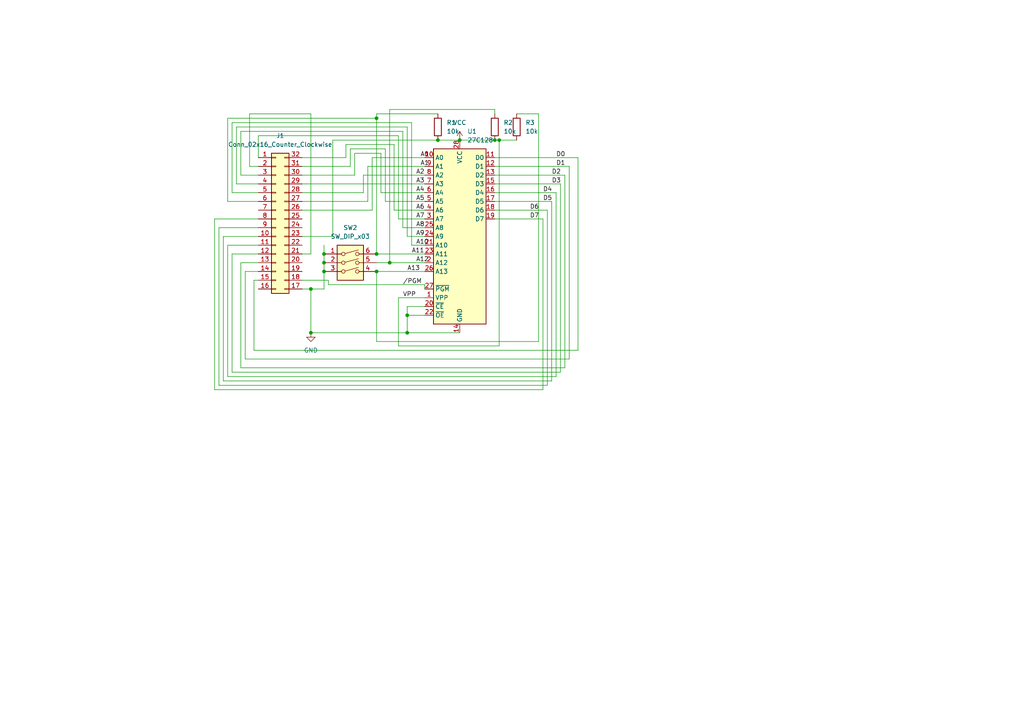
<source format=kicad_sch>
(kicad_sch (version 20230121) (generator eeschema)

  (uuid c6719ad5-a98f-4143-9740-53b9424dd904)

  (paper "A4")

  (lib_symbols
    (symbol "Connector_Generic:Conn_02x16_Counter_Clockwise" (pin_names (offset 1.016) hide) (in_bom yes) (on_board yes)
      (property "Reference" "J" (at 1.27 20.32 0)
        (effects (font (size 1.27 1.27)))
      )
      (property "Value" "Conn_02x16_Counter_Clockwise" (at 1.27 -22.86 0)
        (effects (font (size 1.27 1.27)))
      )
      (property "Footprint" "" (at 0 0 0)
        (effects (font (size 1.27 1.27)) hide)
      )
      (property "Datasheet" "~" (at 0 0 0)
        (effects (font (size 1.27 1.27)) hide)
      )
      (property "ki_keywords" "connector" (at 0 0 0)
        (effects (font (size 1.27 1.27)) hide)
      )
      (property "ki_description" "Generic connector, double row, 02x16, counter clockwise pin numbering scheme (similar to DIP package numbering), script generated (kicad-library-utils/schlib/autogen/connector/)" (at 0 0 0)
        (effects (font (size 1.27 1.27)) hide)
      )
      (property "ki_fp_filters" "Connector*:*_2x??_*" (at 0 0 0)
        (effects (font (size 1.27 1.27)) hide)
      )
      (symbol "Conn_02x16_Counter_Clockwise_1_1"
        (rectangle (start -1.27 -20.193) (end 0 -20.447)
          (stroke (width 0.1524) (type default))
          (fill (type none))
        )
        (rectangle (start -1.27 -17.653) (end 0 -17.907)
          (stroke (width 0.1524) (type default))
          (fill (type none))
        )
        (rectangle (start -1.27 -15.113) (end 0 -15.367)
          (stroke (width 0.1524) (type default))
          (fill (type none))
        )
        (rectangle (start -1.27 -12.573) (end 0 -12.827)
          (stroke (width 0.1524) (type default))
          (fill (type none))
        )
        (rectangle (start -1.27 -10.033) (end 0 -10.287)
          (stroke (width 0.1524) (type default))
          (fill (type none))
        )
        (rectangle (start -1.27 -7.493) (end 0 -7.747)
          (stroke (width 0.1524) (type default))
          (fill (type none))
        )
        (rectangle (start -1.27 -4.953) (end 0 -5.207)
          (stroke (width 0.1524) (type default))
          (fill (type none))
        )
        (rectangle (start -1.27 -2.413) (end 0 -2.667)
          (stroke (width 0.1524) (type default))
          (fill (type none))
        )
        (rectangle (start -1.27 0.127) (end 0 -0.127)
          (stroke (width 0.1524) (type default))
          (fill (type none))
        )
        (rectangle (start -1.27 2.667) (end 0 2.413)
          (stroke (width 0.1524) (type default))
          (fill (type none))
        )
        (rectangle (start -1.27 5.207) (end 0 4.953)
          (stroke (width 0.1524) (type default))
          (fill (type none))
        )
        (rectangle (start -1.27 7.747) (end 0 7.493)
          (stroke (width 0.1524) (type default))
          (fill (type none))
        )
        (rectangle (start -1.27 10.287) (end 0 10.033)
          (stroke (width 0.1524) (type default))
          (fill (type none))
        )
        (rectangle (start -1.27 12.827) (end 0 12.573)
          (stroke (width 0.1524) (type default))
          (fill (type none))
        )
        (rectangle (start -1.27 15.367) (end 0 15.113)
          (stroke (width 0.1524) (type default))
          (fill (type none))
        )
        (rectangle (start -1.27 17.907) (end 0 17.653)
          (stroke (width 0.1524) (type default))
          (fill (type none))
        )
        (rectangle (start -1.27 19.05) (end 3.81 -21.59)
          (stroke (width 0.254) (type default))
          (fill (type background))
        )
        (rectangle (start 3.81 -20.193) (end 2.54 -20.447)
          (stroke (width 0.1524) (type default))
          (fill (type none))
        )
        (rectangle (start 3.81 -17.653) (end 2.54 -17.907)
          (stroke (width 0.1524) (type default))
          (fill (type none))
        )
        (rectangle (start 3.81 -15.113) (end 2.54 -15.367)
          (stroke (width 0.1524) (type default))
          (fill (type none))
        )
        (rectangle (start 3.81 -12.573) (end 2.54 -12.827)
          (stroke (width 0.1524) (type default))
          (fill (type none))
        )
        (rectangle (start 3.81 -10.033) (end 2.54 -10.287)
          (stroke (width 0.1524) (type default))
          (fill (type none))
        )
        (rectangle (start 3.81 -7.493) (end 2.54 -7.747)
          (stroke (width 0.1524) (type default))
          (fill (type none))
        )
        (rectangle (start 3.81 -4.953) (end 2.54 -5.207)
          (stroke (width 0.1524) (type default))
          (fill (type none))
        )
        (rectangle (start 3.81 -2.413) (end 2.54 -2.667)
          (stroke (width 0.1524) (type default))
          (fill (type none))
        )
        (rectangle (start 3.81 0.127) (end 2.54 -0.127)
          (stroke (width 0.1524) (type default))
          (fill (type none))
        )
        (rectangle (start 3.81 2.667) (end 2.54 2.413)
          (stroke (width 0.1524) (type default))
          (fill (type none))
        )
        (rectangle (start 3.81 5.207) (end 2.54 4.953)
          (stroke (width 0.1524) (type default))
          (fill (type none))
        )
        (rectangle (start 3.81 7.747) (end 2.54 7.493)
          (stroke (width 0.1524) (type default))
          (fill (type none))
        )
        (rectangle (start 3.81 10.287) (end 2.54 10.033)
          (stroke (width 0.1524) (type default))
          (fill (type none))
        )
        (rectangle (start 3.81 12.827) (end 2.54 12.573)
          (stroke (width 0.1524) (type default))
          (fill (type none))
        )
        (rectangle (start 3.81 15.367) (end 2.54 15.113)
          (stroke (width 0.1524) (type default))
          (fill (type none))
        )
        (rectangle (start 3.81 17.907) (end 2.54 17.653)
          (stroke (width 0.1524) (type default))
          (fill (type none))
        )
        (pin passive line (at -5.08 17.78 0) (length 3.81)
          (name "Pin_1" (effects (font (size 1.27 1.27))))
          (number "1" (effects (font (size 1.27 1.27))))
        )
        (pin passive line (at -5.08 -5.08 0) (length 3.81)
          (name "Pin_10" (effects (font (size 1.27 1.27))))
          (number "10" (effects (font (size 1.27 1.27))))
        )
        (pin passive line (at -5.08 -7.62 0) (length 3.81)
          (name "Pin_11" (effects (font (size 1.27 1.27))))
          (number "11" (effects (font (size 1.27 1.27))))
        )
        (pin passive line (at -5.08 -10.16 0) (length 3.81)
          (name "Pin_12" (effects (font (size 1.27 1.27))))
          (number "12" (effects (font (size 1.27 1.27))))
        )
        (pin passive line (at -5.08 -12.7 0) (length 3.81)
          (name "Pin_13" (effects (font (size 1.27 1.27))))
          (number "13" (effects (font (size 1.27 1.27))))
        )
        (pin passive line (at -5.08 -15.24 0) (length 3.81)
          (name "Pin_14" (effects (font (size 1.27 1.27))))
          (number "14" (effects (font (size 1.27 1.27))))
        )
        (pin passive line (at -5.08 -17.78 0) (length 3.81)
          (name "Pin_15" (effects (font (size 1.27 1.27))))
          (number "15" (effects (font (size 1.27 1.27))))
        )
        (pin passive line (at -5.08 -20.32 0) (length 3.81)
          (name "Pin_16" (effects (font (size 1.27 1.27))))
          (number "16" (effects (font (size 1.27 1.27))))
        )
        (pin passive line (at 7.62 -20.32 180) (length 3.81)
          (name "Pin_17" (effects (font (size 1.27 1.27))))
          (number "17" (effects (font (size 1.27 1.27))))
        )
        (pin passive line (at 7.62 -17.78 180) (length 3.81)
          (name "Pin_18" (effects (font (size 1.27 1.27))))
          (number "18" (effects (font (size 1.27 1.27))))
        )
        (pin passive line (at 7.62 -15.24 180) (length 3.81)
          (name "Pin_19" (effects (font (size 1.27 1.27))))
          (number "19" (effects (font (size 1.27 1.27))))
        )
        (pin passive line (at -5.08 15.24 0) (length 3.81)
          (name "Pin_2" (effects (font (size 1.27 1.27))))
          (number "2" (effects (font (size 1.27 1.27))))
        )
        (pin passive line (at 7.62 -12.7 180) (length 3.81)
          (name "Pin_20" (effects (font (size 1.27 1.27))))
          (number "20" (effects (font (size 1.27 1.27))))
        )
        (pin passive line (at 7.62 -10.16 180) (length 3.81)
          (name "Pin_21" (effects (font (size 1.27 1.27))))
          (number "21" (effects (font (size 1.27 1.27))))
        )
        (pin passive line (at 7.62 -7.62 180) (length 3.81)
          (name "Pin_22" (effects (font (size 1.27 1.27))))
          (number "22" (effects (font (size 1.27 1.27))))
        )
        (pin passive line (at 7.62 -5.08 180) (length 3.81)
          (name "Pin_23" (effects (font (size 1.27 1.27))))
          (number "23" (effects (font (size 1.27 1.27))))
        )
        (pin passive line (at 7.62 -2.54 180) (length 3.81)
          (name "Pin_24" (effects (font (size 1.27 1.27))))
          (number "24" (effects (font (size 1.27 1.27))))
        )
        (pin passive line (at 7.62 0 180) (length 3.81)
          (name "Pin_25" (effects (font (size 1.27 1.27))))
          (number "25" (effects (font (size 1.27 1.27))))
        )
        (pin passive line (at 7.62 2.54 180) (length 3.81)
          (name "Pin_26" (effects (font (size 1.27 1.27))))
          (number "26" (effects (font (size 1.27 1.27))))
        )
        (pin passive line (at 7.62 5.08 180) (length 3.81)
          (name "Pin_27" (effects (font (size 1.27 1.27))))
          (number "27" (effects (font (size 1.27 1.27))))
        )
        (pin passive line (at 7.62 7.62 180) (length 3.81)
          (name "Pin_28" (effects (font (size 1.27 1.27))))
          (number "28" (effects (font (size 1.27 1.27))))
        )
        (pin passive line (at 7.62 10.16 180) (length 3.81)
          (name "Pin_29" (effects (font (size 1.27 1.27))))
          (number "29" (effects (font (size 1.27 1.27))))
        )
        (pin passive line (at -5.08 12.7 0) (length 3.81)
          (name "Pin_3" (effects (font (size 1.27 1.27))))
          (number "3" (effects (font (size 1.27 1.27))))
        )
        (pin passive line (at 7.62 12.7 180) (length 3.81)
          (name "Pin_30" (effects (font (size 1.27 1.27))))
          (number "30" (effects (font (size 1.27 1.27))))
        )
        (pin passive line (at 7.62 15.24 180) (length 3.81)
          (name "Pin_31" (effects (font (size 1.27 1.27))))
          (number "31" (effects (font (size 1.27 1.27))))
        )
        (pin passive line (at 7.62 17.78 180) (length 3.81)
          (name "Pin_32" (effects (font (size 1.27 1.27))))
          (number "32" (effects (font (size 1.27 1.27))))
        )
        (pin passive line (at -5.08 10.16 0) (length 3.81)
          (name "Pin_4" (effects (font (size 1.27 1.27))))
          (number "4" (effects (font (size 1.27 1.27))))
        )
        (pin passive line (at -5.08 7.62 0) (length 3.81)
          (name "Pin_5" (effects (font (size 1.27 1.27))))
          (number "5" (effects (font (size 1.27 1.27))))
        )
        (pin passive line (at -5.08 5.08 0) (length 3.81)
          (name "Pin_6" (effects (font (size 1.27 1.27))))
          (number "6" (effects (font (size 1.27 1.27))))
        )
        (pin passive line (at -5.08 2.54 0) (length 3.81)
          (name "Pin_7" (effects (font (size 1.27 1.27))))
          (number "7" (effects (font (size 1.27 1.27))))
        )
        (pin passive line (at -5.08 0 0) (length 3.81)
          (name "Pin_8" (effects (font (size 1.27 1.27))))
          (number "8" (effects (font (size 1.27 1.27))))
        )
        (pin passive line (at -5.08 -2.54 0) (length 3.81)
          (name "Pin_9" (effects (font (size 1.27 1.27))))
          (number "9" (effects (font (size 1.27 1.27))))
        )
      )
    )
    (symbol "Device:R" (pin_numbers hide) (pin_names (offset 0)) (in_bom yes) (on_board yes)
      (property "Reference" "R" (at 2.032 0 90)
        (effects (font (size 1.27 1.27)))
      )
      (property "Value" "R" (at 0 0 90)
        (effects (font (size 1.27 1.27)))
      )
      (property "Footprint" "" (at -1.778 0 90)
        (effects (font (size 1.27 1.27)) hide)
      )
      (property "Datasheet" "~" (at 0 0 0)
        (effects (font (size 1.27 1.27)) hide)
      )
      (property "ki_keywords" "R res resistor" (at 0 0 0)
        (effects (font (size 1.27 1.27)) hide)
      )
      (property "ki_description" "Resistor" (at 0 0 0)
        (effects (font (size 1.27 1.27)) hide)
      )
      (property "ki_fp_filters" "R_*" (at 0 0 0)
        (effects (font (size 1.27 1.27)) hide)
      )
      (symbol "R_0_1"
        (rectangle (start -1.016 -2.54) (end 1.016 2.54)
          (stroke (width 0.254) (type default))
          (fill (type none))
        )
      )
      (symbol "R_1_1"
        (pin passive line (at 0 3.81 270) (length 1.27)
          (name "~" (effects (font (size 1.27 1.27))))
          (number "1" (effects (font (size 1.27 1.27))))
        )
        (pin passive line (at 0 -3.81 90) (length 1.27)
          (name "~" (effects (font (size 1.27 1.27))))
          (number "2" (effects (font (size 1.27 1.27))))
        )
      )
    )
    (symbol "Memory_EPROM:27C128" (in_bom yes) (on_board yes)
      (property "Reference" "U" (at -7.62 26.67 0)
        (effects (font (size 1.27 1.27)))
      )
      (property "Value" "27C128" (at 2.54 -26.67 0)
        (effects (font (size 1.27 1.27)) (justify left))
      )
      (property "Footprint" "Package_DIP:DIP-28_W15.24mm" (at 0 0 0)
        (effects (font (size 1.27 1.27)) hide)
      )
      (property "Datasheet" "http://ww1.microchip.com/downloads/en/devicedoc/11003L.pdf" (at 0 0 0)
        (effects (font (size 1.27 1.27)) hide)
      )
      (property "ki_keywords" "OTP EPROM 128KiBit" (at 0 0 0)
        (effects (font (size 1.27 1.27)) hide)
      )
      (property "ki_description" "OTP EPROM 128 KiBit, [Obsolete 2004-01]" (at 0 0 0)
        (effects (font (size 1.27 1.27)) hide)
      )
      (property "ki_fp_filters" "DIP*W15.24mm*" (at 0 0 0)
        (effects (font (size 1.27 1.27)) hide)
      )
      (symbol "27C128_1_1"
        (rectangle (start -7.62 25.4) (end 7.62 -25.4)
          (stroke (width 0.254) (type default))
          (fill (type background))
        )
        (pin input line (at -10.16 -17.78 0) (length 2.54)
          (name "VPP" (effects (font (size 1.27 1.27))))
          (number "1" (effects (font (size 1.27 1.27))))
        )
        (pin input line (at -10.16 22.86 0) (length 2.54)
          (name "A0" (effects (font (size 1.27 1.27))))
          (number "10" (effects (font (size 1.27 1.27))))
        )
        (pin tri_state line (at 10.16 22.86 180) (length 2.54)
          (name "D0" (effects (font (size 1.27 1.27))))
          (number "11" (effects (font (size 1.27 1.27))))
        )
        (pin tri_state line (at 10.16 20.32 180) (length 2.54)
          (name "D1" (effects (font (size 1.27 1.27))))
          (number "12" (effects (font (size 1.27 1.27))))
        )
        (pin tri_state line (at 10.16 17.78 180) (length 2.54)
          (name "D2" (effects (font (size 1.27 1.27))))
          (number "13" (effects (font (size 1.27 1.27))))
        )
        (pin power_in line (at 0 -27.94 90) (length 2.54)
          (name "GND" (effects (font (size 1.27 1.27))))
          (number "14" (effects (font (size 1.27 1.27))))
        )
        (pin tri_state line (at 10.16 15.24 180) (length 2.54)
          (name "D3" (effects (font (size 1.27 1.27))))
          (number "15" (effects (font (size 1.27 1.27))))
        )
        (pin tri_state line (at 10.16 12.7 180) (length 2.54)
          (name "D4" (effects (font (size 1.27 1.27))))
          (number "16" (effects (font (size 1.27 1.27))))
        )
        (pin tri_state line (at 10.16 10.16 180) (length 2.54)
          (name "D5" (effects (font (size 1.27 1.27))))
          (number "17" (effects (font (size 1.27 1.27))))
        )
        (pin tri_state line (at 10.16 7.62 180) (length 2.54)
          (name "D6" (effects (font (size 1.27 1.27))))
          (number "18" (effects (font (size 1.27 1.27))))
        )
        (pin tri_state line (at 10.16 5.08 180) (length 2.54)
          (name "D7" (effects (font (size 1.27 1.27))))
          (number "19" (effects (font (size 1.27 1.27))))
        )
        (pin input line (at -10.16 -7.62 0) (length 2.54)
          (name "A12" (effects (font (size 1.27 1.27))))
          (number "2" (effects (font (size 1.27 1.27))))
        )
        (pin input line (at -10.16 -20.32 0) (length 2.54)
          (name "~{CE}" (effects (font (size 1.27 1.27))))
          (number "20" (effects (font (size 1.27 1.27))))
        )
        (pin input line (at -10.16 -2.54 0) (length 2.54)
          (name "A10" (effects (font (size 1.27 1.27))))
          (number "21" (effects (font (size 1.27 1.27))))
        )
        (pin input line (at -10.16 -22.86 0) (length 2.54)
          (name "~{OE}" (effects (font (size 1.27 1.27))))
          (number "22" (effects (font (size 1.27 1.27))))
        )
        (pin input line (at -10.16 -5.08 0) (length 2.54)
          (name "A11" (effects (font (size 1.27 1.27))))
          (number "23" (effects (font (size 1.27 1.27))))
        )
        (pin input line (at -10.16 0 0) (length 2.54)
          (name "A9" (effects (font (size 1.27 1.27))))
          (number "24" (effects (font (size 1.27 1.27))))
        )
        (pin input line (at -10.16 2.54 0) (length 2.54)
          (name "A8" (effects (font (size 1.27 1.27))))
          (number "25" (effects (font (size 1.27 1.27))))
        )
        (pin input line (at -10.16 -10.16 0) (length 2.54)
          (name "A13" (effects (font (size 1.27 1.27))))
          (number "26" (effects (font (size 1.27 1.27))))
        )
        (pin input line (at -10.16 -15.24 0) (length 2.54)
          (name "~{PGM}" (effects (font (size 1.27 1.27))))
          (number "27" (effects (font (size 1.27 1.27))))
        )
        (pin power_in line (at 0 27.94 270) (length 2.54)
          (name "VCC" (effects (font (size 1.27 1.27))))
          (number "28" (effects (font (size 1.27 1.27))))
        )
        (pin input line (at -10.16 5.08 0) (length 2.54)
          (name "A7" (effects (font (size 1.27 1.27))))
          (number "3" (effects (font (size 1.27 1.27))))
        )
        (pin input line (at -10.16 7.62 0) (length 2.54)
          (name "A6" (effects (font (size 1.27 1.27))))
          (number "4" (effects (font (size 1.27 1.27))))
        )
        (pin input line (at -10.16 10.16 0) (length 2.54)
          (name "A5" (effects (font (size 1.27 1.27))))
          (number "5" (effects (font (size 1.27 1.27))))
        )
        (pin input line (at -10.16 12.7 0) (length 2.54)
          (name "A4" (effects (font (size 1.27 1.27))))
          (number "6" (effects (font (size 1.27 1.27))))
        )
        (pin input line (at -10.16 15.24 0) (length 2.54)
          (name "A3" (effects (font (size 1.27 1.27))))
          (number "7" (effects (font (size 1.27 1.27))))
        )
        (pin input line (at -10.16 17.78 0) (length 2.54)
          (name "A2" (effects (font (size 1.27 1.27))))
          (number "8" (effects (font (size 1.27 1.27))))
        )
        (pin input line (at -10.16 20.32 0) (length 2.54)
          (name "A1" (effects (font (size 1.27 1.27))))
          (number "9" (effects (font (size 1.27 1.27))))
        )
      )
    )
    (symbol "Switch:SW_DIP_x03" (pin_names (offset 0) hide) (in_bom yes) (on_board yes)
      (property "Reference" "SW" (at 0 8.89 0)
        (effects (font (size 1.27 1.27)))
      )
      (property "Value" "SW_DIP_x03" (at 0 -3.81 0)
        (effects (font (size 1.27 1.27)))
      )
      (property "Footprint" "" (at 0 0 0)
        (effects (font (size 1.27 1.27)) hide)
      )
      (property "Datasheet" "~" (at 0 0 0)
        (effects (font (size 1.27 1.27)) hide)
      )
      (property "ki_keywords" "dip switch" (at 0 0 0)
        (effects (font (size 1.27 1.27)) hide)
      )
      (property "ki_description" "3x DIP Switch, Single Pole Single Throw (SPST) switch, small symbol" (at 0 0 0)
        (effects (font (size 1.27 1.27)) hide)
      )
      (property "ki_fp_filters" "SW?DIP?x3*" (at 0 0 0)
        (effects (font (size 1.27 1.27)) hide)
      )
      (symbol "SW_DIP_x03_0_0"
        (circle (center -2.032 0) (radius 0.508)
          (stroke (width 0) (type default))
          (fill (type none))
        )
        (circle (center -2.032 2.54) (radius 0.508)
          (stroke (width 0) (type default))
          (fill (type none))
        )
        (circle (center -2.032 5.08) (radius 0.508)
          (stroke (width 0) (type default))
          (fill (type none))
        )
        (polyline
          (pts
            (xy -1.524 0.127)
            (xy 2.3622 1.1684)
          )
          (stroke (width 0) (type default))
          (fill (type none))
        )
        (polyline
          (pts
            (xy -1.524 2.667)
            (xy 2.3622 3.7084)
          )
          (stroke (width 0) (type default))
          (fill (type none))
        )
        (polyline
          (pts
            (xy -1.524 5.207)
            (xy 2.3622 6.2484)
          )
          (stroke (width 0) (type default))
          (fill (type none))
        )
        (circle (center 2.032 0) (radius 0.508)
          (stroke (width 0) (type default))
          (fill (type none))
        )
        (circle (center 2.032 2.54) (radius 0.508)
          (stroke (width 0) (type default))
          (fill (type none))
        )
        (circle (center 2.032 5.08) (radius 0.508)
          (stroke (width 0) (type default))
          (fill (type none))
        )
      )
      (symbol "SW_DIP_x03_0_1"
        (rectangle (start -3.81 7.62) (end 3.81 -2.54)
          (stroke (width 0.254) (type default))
          (fill (type background))
        )
      )
      (symbol "SW_DIP_x03_1_1"
        (pin passive line (at -7.62 5.08 0) (length 5.08)
          (name "~" (effects (font (size 1.27 1.27))))
          (number "1" (effects (font (size 1.27 1.27))))
        )
        (pin passive line (at -7.62 2.54 0) (length 5.08)
          (name "~" (effects (font (size 1.27 1.27))))
          (number "2" (effects (font (size 1.27 1.27))))
        )
        (pin passive line (at -7.62 0 0) (length 5.08)
          (name "~" (effects (font (size 1.27 1.27))))
          (number "3" (effects (font (size 1.27 1.27))))
        )
        (pin passive line (at 7.62 0 180) (length 5.08)
          (name "~" (effects (font (size 1.27 1.27))))
          (number "4" (effects (font (size 1.27 1.27))))
        )
        (pin passive line (at 7.62 2.54 180) (length 5.08)
          (name "~" (effects (font (size 1.27 1.27))))
          (number "5" (effects (font (size 1.27 1.27))))
        )
        (pin passive line (at 7.62 5.08 180) (length 5.08)
          (name "~" (effects (font (size 1.27 1.27))))
          (number "6" (effects (font (size 1.27 1.27))))
        )
      )
    )
    (symbol "power:GND" (power) (pin_names (offset 0)) (in_bom yes) (on_board yes)
      (property "Reference" "#PWR" (at 0 -6.35 0)
        (effects (font (size 1.27 1.27)) hide)
      )
      (property "Value" "GND" (at 0 -3.81 0)
        (effects (font (size 1.27 1.27)))
      )
      (property "Footprint" "" (at 0 0 0)
        (effects (font (size 1.27 1.27)) hide)
      )
      (property "Datasheet" "" (at 0 0 0)
        (effects (font (size 1.27 1.27)) hide)
      )
      (property "ki_keywords" "global power" (at 0 0 0)
        (effects (font (size 1.27 1.27)) hide)
      )
      (property "ki_description" "Power symbol creates a global label with name \"GND\" , ground" (at 0 0 0)
        (effects (font (size 1.27 1.27)) hide)
      )
      (symbol "GND_0_1"
        (polyline
          (pts
            (xy 0 0)
            (xy 0 -1.27)
            (xy 1.27 -1.27)
            (xy 0 -2.54)
            (xy -1.27 -1.27)
            (xy 0 -1.27)
          )
          (stroke (width 0) (type default))
          (fill (type none))
        )
      )
      (symbol "GND_1_1"
        (pin power_in line (at 0 0 270) (length 0) hide
          (name "GND" (effects (font (size 1.27 1.27))))
          (number "1" (effects (font (size 1.27 1.27))))
        )
      )
    )
    (symbol "power:VCC" (power) (pin_names (offset 0)) (in_bom yes) (on_board yes)
      (property "Reference" "#PWR" (at 0 -3.81 0)
        (effects (font (size 1.27 1.27)) hide)
      )
      (property "Value" "VCC" (at 0 3.81 0)
        (effects (font (size 1.27 1.27)))
      )
      (property "Footprint" "" (at 0 0 0)
        (effects (font (size 1.27 1.27)) hide)
      )
      (property "Datasheet" "" (at 0 0 0)
        (effects (font (size 1.27 1.27)) hide)
      )
      (property "ki_keywords" "global power" (at 0 0 0)
        (effects (font (size 1.27 1.27)) hide)
      )
      (property "ki_description" "Power symbol creates a global label with name \"VCC\"" (at 0 0 0)
        (effects (font (size 1.27 1.27)) hide)
      )
      (symbol "VCC_0_1"
        (polyline
          (pts
            (xy -0.762 1.27)
            (xy 0 2.54)
          )
          (stroke (width 0) (type default))
          (fill (type none))
        )
        (polyline
          (pts
            (xy 0 0)
            (xy 0 2.54)
          )
          (stroke (width 0) (type default))
          (fill (type none))
        )
        (polyline
          (pts
            (xy 0 2.54)
            (xy 0.762 1.27)
          )
          (stroke (width 0) (type default))
          (fill (type none))
        )
      )
      (symbol "VCC_1_1"
        (pin power_in line (at 0 0 90) (length 0) hide
          (name "VCC" (effects (font (size 1.27 1.27))))
          (number "1" (effects (font (size 1.27 1.27))))
        )
      )
    )
  )

  (junction (at 109.22 78.74) (diameter 0) (color 0 0 0 0)
    (uuid 1d46adf9-5593-40e0-9668-94c5050505c0)
  )
  (junction (at 93.98 73.66) (diameter 0) (color 0 0 0 0)
    (uuid 34ce85ae-c0af-488b-a3f3-f7aff5901072)
  )
  (junction (at 118.11 91.44) (diameter 0) (color 0 0 0 0)
    (uuid 50e05504-6cf9-4f12-9607-ab3a65fa6b04)
  )
  (junction (at 109.22 34.29) (diameter 0) (color 0 0 0 0)
    (uuid 5789d8cb-76d1-4e61-8c40-164d38017950)
  )
  (junction (at 90.17 96.52) (diameter 0) (color 0 0 0 0)
    (uuid 5c5f860c-3bf7-4728-afaa-254ef4ae821b)
  )
  (junction (at 90.17 83.82) (diameter 0) (color 0 0 0 0)
    (uuid 67a36200-3d36-4c86-97b7-4ca3395a3da6)
  )
  (junction (at 113.03 76.2) (diameter 0) (color 0 0 0 0)
    (uuid 6a46efa0-ab32-4eb1-b662-cf44d7b3528c)
  )
  (junction (at 93.98 76.2) (diameter 0) (color 0 0 0 0)
    (uuid 740a64f8-ae95-40ed-947a-2ec124d196a8)
  )
  (junction (at 133.35 40.64) (diameter 0) (color 0 0 0 0)
    (uuid 8033304e-894b-4eeb-b2e2-3f8375bd827b)
  )
  (junction (at 127 40.64) (diameter 0) (color 0 0 0 0)
    (uuid 9a8b35dd-ed4f-40a4-a7ee-2401b0492f75)
  )
  (junction (at 109.22 73.66) (diameter 0) (color 0 0 0 0)
    (uuid a307e1a1-65f7-4e9e-945c-d305f3d00d65)
  )
  (junction (at 93.98 78.74) (diameter 0) (color 0 0 0 0)
    (uuid f007613a-e684-4c52-b872-7247ac212352)
  )
  (junction (at 144.78 40.64) (diameter 0) (color 0 0 0 0)
    (uuid f4a90fe3-d674-481b-a691-8e39ad7d8e9a)
  )
  (junction (at 143.51 40.64) (diameter 0) (color 0 0 0 0)
    (uuid f5865039-2205-4ce5-99f1-6f786d707712)
  )
  (junction (at 118.11 96.52) (diameter 0) (color 0 0 0 0)
    (uuid fda82cb4-b8d2-49a8-96d3-8561de27163f)
  )

  (wire (pts (xy 90.17 73.66) (xy 87.63 73.66))
    (stroke (width 0) (type default))
    (uuid 009cc7e8-d744-4c1f-9b4b-1d1b1937618d)
  )
  (wire (pts (xy 74.93 58.42) (xy 66.04 58.42))
    (stroke (width 0) (type default))
    (uuid 03104b1f-5ee4-42b2-89c0-acf40fc1a75d)
  )
  (wire (pts (xy 87.63 55.88) (xy 105.41 55.88))
    (stroke (width 0) (type default))
    (uuid 0648c93a-941c-493c-9dd2-3410c7faa6ad)
  )
  (wire (pts (xy 149.86 33.02) (xy 156.21 33.02))
    (stroke (width 0) (type default))
    (uuid 0bd1cdae-0712-419b-948a-888ef0e2545e)
  )
  (wire (pts (xy 118.11 91.44) (xy 118.11 96.52))
    (stroke (width 0) (type default))
    (uuid 0bf293d0-511d-4dba-b2c1-8daaa32dbd7f)
  )
  (wire (pts (xy 123.19 82.55) (xy 123.19 83.82))
    (stroke (width 0) (type default))
    (uuid 0c482b69-4df0-4e9d-958d-87c8d2ba8b5e)
  )
  (wire (pts (xy 158.75 111.76) (xy 63.5 111.76))
    (stroke (width 0) (type default))
    (uuid 14db07e6-82db-411f-b4d8-85491ecba422)
  )
  (wire (pts (xy 115.57 63.5) (xy 115.57 39.37))
    (stroke (width 0) (type default))
    (uuid 15600091-4cc5-4009-9fbb-8fb9a48eb201)
  )
  (wire (pts (xy 118.11 96.52) (xy 90.17 96.52))
    (stroke (width 0) (type default))
    (uuid 178e2fde-7ef3-4499-ae48-52ab259c0c0f)
  )
  (wire (pts (xy 93.98 73.66) (xy 93.98 76.2))
    (stroke (width 0) (type default))
    (uuid 17f48bc5-4b07-4106-8644-4a91dfde164b)
  )
  (wire (pts (xy 143.51 60.96) (xy 158.75 60.96))
    (stroke (width 0) (type default))
    (uuid 184fca7c-146b-404c-88c4-e9eb27eb692b)
  )
  (wire (pts (xy 162.56 53.34) (xy 162.56 107.95))
    (stroke (width 0) (type default))
    (uuid 1f4735e9-e094-44ea-a30a-a56b44f61714)
  )
  (wire (pts (xy 101.6 43.18) (xy 101.6 48.26))
    (stroke (width 0) (type default))
    (uuid 209d4002-7cf0-4274-a3c4-537a2954571b)
  )
  (wire (pts (xy 162.56 107.95) (xy 67.31 107.95))
    (stroke (width 0) (type default))
    (uuid 223aa8e2-4863-42a1-94cb-94961d54a885)
  )
  (wire (pts (xy 161.29 109.22) (xy 161.29 55.88))
    (stroke (width 0) (type default))
    (uuid 23353d1b-dbfe-4257-897f-5095a548412b)
  )
  (wire (pts (xy 143.51 48.26) (xy 165.1 48.26))
    (stroke (width 0) (type default))
    (uuid 2562b696-084e-4ba7-9c68-2079056ef51a)
  )
  (wire (pts (xy 158.75 60.96) (xy 158.75 111.76))
    (stroke (width 0) (type default))
    (uuid 27699d6b-4597-478e-b5a2-e79a3265b813)
  )
  (wire (pts (xy 127 40.64) (xy 133.35 40.64))
    (stroke (width 0) (type default))
    (uuid 28c51618-35b8-4f29-a03b-55360c7558ca)
  )
  (wire (pts (xy 113.03 76.2) (xy 123.19 76.2))
    (stroke (width 0) (type default))
    (uuid 2c281a89-ae01-42ba-b8c1-dcb9d01bfb28)
  )
  (wire (pts (xy 163.83 50.8) (xy 143.51 50.8))
    (stroke (width 0) (type default))
    (uuid 2f28933c-0839-4fc0-b118-283200721179)
  )
  (wire (pts (xy 118.11 88.9) (xy 118.11 91.44))
    (stroke (width 0) (type default))
    (uuid 30a536c9-59a8-4787-8dae-dcb6a624c007)
  )
  (wire (pts (xy 116.84 66.04) (xy 116.84 38.1))
    (stroke (width 0) (type default))
    (uuid 339547e7-3b87-4fb6-8e9c-06bbcdb82b28)
  )
  (wire (pts (xy 106.68 58.42) (xy 106.68 48.26))
    (stroke (width 0) (type default))
    (uuid 34d8daf7-5b9a-4a0f-87fa-bf819e7dcfbc)
  )
  (wire (pts (xy 167.64 45.72) (xy 143.51 45.72))
    (stroke (width 0) (type default))
    (uuid 34ffc34f-534d-416d-9bb5-6d569c4e67d9)
  )
  (wire (pts (xy 64.77 68.58) (xy 64.77 110.49))
    (stroke (width 0) (type default))
    (uuid 381c0b07-0402-40ad-949d-3bee984e445f)
  )
  (wire (pts (xy 67.31 35.56) (xy 119.38 35.56))
    (stroke (width 0) (type default))
    (uuid 398ace99-e45f-46b2-911b-eb7e363f599f)
  )
  (wire (pts (xy 66.04 71.12) (xy 66.04 109.22))
    (stroke (width 0) (type default))
    (uuid 3c37e631-768f-4c31-a631-b701e89e6e5b)
  )
  (wire (pts (xy 100.33 45.72) (xy 100.33 41.91))
    (stroke (width 0) (type default))
    (uuid 3e2278ac-a5c3-4ea6-b7c6-04bb261c3ecb)
  )
  (wire (pts (xy 118.11 68.58) (xy 118.11 36.83))
    (stroke (width 0) (type default))
    (uuid 3f0f6d09-2dac-438d-bbb3-e7ab2cb13184)
  )
  (wire (pts (xy 66.04 58.42) (xy 66.04 34.29))
    (stroke (width 0) (type default))
    (uuid 3f38f837-4bed-49d5-8c39-9b2ad1ba5f33)
  )
  (wire (pts (xy 71.12 78.74) (xy 74.93 78.74))
    (stroke (width 0) (type default))
    (uuid 4232116c-d935-4aa4-9889-31f663261817)
  )
  (wire (pts (xy 68.58 36.83) (xy 68.58 53.34))
    (stroke (width 0) (type default))
    (uuid 4291df9a-d173-4be3-8f14-4daea716a25d)
  )
  (wire (pts (xy 62.23 113.03) (xy 62.23 63.5))
    (stroke (width 0) (type default))
    (uuid 47bcc212-e4dd-46f7-a8c2-ed999347cc92)
  )
  (wire (pts (xy 114.3 60.96) (xy 123.19 60.96))
    (stroke (width 0) (type default))
    (uuid 4bd79868-ce71-426a-a86b-2fb5598bf009)
  )
  (wire (pts (xy 72.39 33.02) (xy 90.17 33.02))
    (stroke (width 0) (type default))
    (uuid 4c2ee262-dd2c-4167-a3c0-742f2eb9a961)
  )
  (wire (pts (xy 111.76 58.42) (xy 111.76 43.18))
    (stroke (width 0) (type default))
    (uuid 4fac05ee-1c11-4c10-8e13-6745405f11aa)
  )
  (wire (pts (xy 113.03 31.75) (xy 113.03 76.2))
    (stroke (width 0) (type default))
    (uuid 51477ab7-76cc-44a7-926f-efa64c695cde)
  )
  (wire (pts (xy 109.22 76.2) (xy 113.03 76.2))
    (stroke (width 0) (type default))
    (uuid 51980c09-2de2-403d-b695-46e3164166bb)
  )
  (wire (pts (xy 87.63 58.42) (xy 106.68 58.42))
    (stroke (width 0) (type default))
    (uuid 52f25467-8936-4b88-bfc8-3b1b412905db)
  )
  (wire (pts (xy 74.93 71.12) (xy 66.04 71.12))
    (stroke (width 0) (type default))
    (uuid 53eabcc6-18f9-4ea2-b9d0-0546deade402)
  )
  (wire (pts (xy 123.19 86.36) (xy 115.57 86.36))
    (stroke (width 0) (type default))
    (uuid 54bb9d10-99e5-4d98-a76f-8076bd6934b6)
  )
  (wire (pts (xy 123.19 71.12) (xy 119.38 71.12))
    (stroke (width 0) (type default))
    (uuid 57949120-ea2d-4628-92d0-258a15df945e)
  )
  (wire (pts (xy 90.17 83.82) (xy 93.98 83.82))
    (stroke (width 0) (type default))
    (uuid 58877597-0c6c-49e5-a11e-5cc4f2c4c609)
  )
  (wire (pts (xy 157.48 63.5) (xy 157.48 113.03))
    (stroke (width 0) (type default))
    (uuid 5ac51a26-589f-416d-ba51-5f16fc7753a4)
  )
  (wire (pts (xy 74.93 39.37) (xy 74.93 45.72))
    (stroke (width 0) (type default))
    (uuid 5c7a12f9-eec7-4dac-a291-9c0d80cffaaf)
  )
  (wire (pts (xy 143.51 40.64) (xy 144.78 40.64))
    (stroke (width 0) (type default))
    (uuid 5d6c9e92-8270-4e81-920f-0d3358007eac)
  )
  (wire (pts (xy 87.63 50.8) (xy 102.87 50.8))
    (stroke (width 0) (type default))
    (uuid 5d707b99-ca31-47b8-be29-2e4538a85a78)
  )
  (wire (pts (xy 156.21 99.06) (xy 156.21 33.02))
    (stroke (width 0) (type default))
    (uuid 5da52203-70e4-475c-892a-585aaf65272d)
  )
  (wire (pts (xy 73.66 101.6) (xy 167.64 101.6))
    (stroke (width 0) (type default))
    (uuid 60ec96b2-fd88-4efc-bf0e-e919f4e21bfc)
  )
  (wire (pts (xy 110.49 44.45) (xy 110.49 55.88))
    (stroke (width 0) (type default))
    (uuid 62e6107d-c0db-40e5-a0a0-62b6fba04e33)
  )
  (wire (pts (xy 90.17 33.02) (xy 90.17 73.66))
    (stroke (width 0) (type default))
    (uuid 67b2ee5d-0cce-4d08-b415-4eb04016450b)
  )
  (wire (pts (xy 143.51 53.34) (xy 162.56 53.34))
    (stroke (width 0) (type default))
    (uuid 67cfbd21-2bfa-42f1-b542-8eb4ce186ec4)
  )
  (wire (pts (xy 160.02 110.49) (xy 160.02 58.42))
    (stroke (width 0) (type default))
    (uuid 688a80ca-71a8-42d7-977a-c8d7d331d062)
  )
  (wire (pts (xy 93.98 76.2) (xy 93.98 78.74))
    (stroke (width 0) (type default))
    (uuid 6963e6ef-05e6-4d8b-b95f-d2055dad8b1e)
  )
  (wire (pts (xy 87.63 60.96) (xy 107.95 60.96))
    (stroke (width 0) (type default))
    (uuid 6d190aaf-ae89-4669-a79b-3064f6fac583)
  )
  (wire (pts (xy 118.11 91.44) (xy 123.19 91.44))
    (stroke (width 0) (type default))
    (uuid 6e13d950-1558-453e-9e7e-2c11e6f39000)
  )
  (wire (pts (xy 90.17 83.82) (xy 87.63 83.82))
    (stroke (width 0) (type default))
    (uuid 6e8892be-6e2d-4787-a577-9b7905d4bdb9)
  )
  (wire (pts (xy 133.35 96.52) (xy 118.11 96.52))
    (stroke (width 0) (type default))
    (uuid 6eb5cd06-60d5-4e6b-8608-afa47e41ce1e)
  )
  (wire (pts (xy 93.98 78.74) (xy 93.98 83.82))
    (stroke (width 0) (type default))
    (uuid 6ec40d87-5d3c-42a5-97d4-a55b9afce385)
  )
  (wire (pts (xy 67.31 55.88) (xy 74.93 55.88))
    (stroke (width 0) (type default))
    (uuid 6fa8b726-6a61-4837-b0ac-f1fdd7a7e9b9)
  )
  (wire (pts (xy 109.22 99.06) (xy 156.21 99.06))
    (stroke (width 0) (type default))
    (uuid 6fcb6f18-81f2-4291-88e4-a31eba92daff)
  )
  (wire (pts (xy 67.31 73.66) (xy 74.93 73.66))
    (stroke (width 0) (type default))
    (uuid 70abe103-998e-4eca-aeb7-cab4548683d7)
  )
  (wire (pts (xy 87.63 68.58) (xy 96.52 68.58))
    (stroke (width 0) (type default))
    (uuid 7387c897-2517-4246-ae3d-19c8fbc38307)
  )
  (wire (pts (xy 64.77 110.49) (xy 160.02 110.49))
    (stroke (width 0) (type default))
    (uuid 75e5de20-ff8b-4938-a06e-a4e29128bbf7)
  )
  (wire (pts (xy 115.57 86.36) (xy 115.57 100.33))
    (stroke (width 0) (type default))
    (uuid 7640834c-eac0-41f7-b9e6-b1a3d3af178c)
  )
  (wire (pts (xy 109.22 73.66) (xy 123.19 73.66))
    (stroke (width 0) (type default))
    (uuid 76cd8a3c-432f-4678-a410-25d76e97f501)
  )
  (wire (pts (xy 87.63 53.34) (xy 123.19 53.34))
    (stroke (width 0) (type default))
    (uuid 7a3acc62-d4c2-40c8-812f-1932f7d67357)
  )
  (wire (pts (xy 73.66 81.28) (xy 73.66 101.6))
    (stroke (width 0) (type default))
    (uuid 7cb5dceb-02ef-4f8c-b123-a44ae97be0d1)
  )
  (wire (pts (xy 123.19 88.9) (xy 118.11 88.9))
    (stroke (width 0) (type default))
    (uuid 7d102aa4-a498-4c05-9f1f-f1ba22a317fc)
  )
  (wire (pts (xy 160.02 58.42) (xy 143.51 58.42))
    (stroke (width 0) (type default))
    (uuid 7ed48552-ca70-4f9d-935e-b3de42152e6b)
  )
  (wire (pts (xy 69.85 50.8) (xy 74.93 50.8))
    (stroke (width 0) (type default))
    (uuid 810c9824-66a8-4d8c-8f88-79aa19b5935c)
  )
  (wire (pts (xy 96.52 40.64) (xy 127 40.64))
    (stroke (width 0) (type default))
    (uuid 8296b940-3283-4ab4-8f8d-762db642a8f8)
  )
  (wire (pts (xy 133.35 40.64) (xy 143.51 40.64))
    (stroke (width 0) (type default))
    (uuid 82b6021e-9542-4184-906b-a948953d571e)
  )
  (wire (pts (xy 109.22 99.06) (xy 109.22 78.74))
    (stroke (width 0) (type default))
    (uuid 876c6767-4285-4971-aec2-f2183677b80e)
  )
  (wire (pts (xy 143.51 31.75) (xy 143.51 33.02))
    (stroke (width 0) (type default))
    (uuid 89be4e00-f055-4627-aaa3-d66a28848bdf)
  )
  (wire (pts (xy 90.17 96.52) (xy 90.17 83.82))
    (stroke (width 0) (type default))
    (uuid 8b828492-92e8-47e2-b5e4-beaf9d2704af)
  )
  (wire (pts (xy 69.85 106.68) (xy 163.83 106.68))
    (stroke (width 0) (type default))
    (uuid 8e2de095-3f67-4f08-aa6f-5103472c4a6b)
  )
  (wire (pts (xy 66.04 109.22) (xy 161.29 109.22))
    (stroke (width 0) (type default))
    (uuid 8e754e6d-b041-4f39-97ad-c20c5b168486)
  )
  (wire (pts (xy 161.29 55.88) (xy 143.51 55.88))
    (stroke (width 0) (type default))
    (uuid 8ec2540a-1cc1-4a59-9a6c-01455dfbdf85)
  )
  (wire (pts (xy 102.87 44.45) (xy 110.49 44.45))
    (stroke (width 0) (type default))
    (uuid 8f94981a-00fe-4a63-bd70-50a71d01a066)
  )
  (wire (pts (xy 87.63 81.28) (xy 95.25 81.28))
    (stroke (width 0) (type default))
    (uuid 913448b2-7a05-4aa8-af0d-db15eab04f74)
  )
  (wire (pts (xy 100.33 41.91) (xy 114.3 41.91))
    (stroke (width 0) (type default))
    (uuid 91cd8b94-7c20-49ed-ba59-cd1d147c171a)
  )
  (wire (pts (xy 107.95 60.96) (xy 107.95 45.72))
    (stroke (width 0) (type default))
    (uuid 92c54ae8-f7ed-44f4-9abb-08ead1c14bfc)
  )
  (wire (pts (xy 71.12 104.14) (xy 71.12 78.74))
    (stroke (width 0) (type default))
    (uuid 9488ea79-c9f8-4df6-aa69-9c43d378dd3f)
  )
  (wire (pts (xy 109.22 33.02) (xy 109.22 34.29))
    (stroke (width 0) (type default))
    (uuid 9609e209-2544-442b-922e-36b305f298a1)
  )
  (wire (pts (xy 116.84 38.1) (xy 69.85 38.1))
    (stroke (width 0) (type default))
    (uuid 993d0853-068b-4082-bf65-689c95293cc5)
  )
  (wire (pts (xy 163.83 106.68) (xy 163.83 50.8))
    (stroke (width 0) (type default))
    (uuid 99643536-5738-4d14-afd7-cb71899923f7)
  )
  (wire (pts (xy 115.57 100.33) (xy 144.78 100.33))
    (stroke (width 0) (type default))
    (uuid 9b62e947-c25f-498b-86d0-ead127ae6f04)
  )
  (wire (pts (xy 123.19 58.42) (xy 111.76 58.42))
    (stroke (width 0) (type default))
    (uuid 9c5ee44b-6f86-44e1-81d6-c59e06eb2cac)
  )
  (wire (pts (xy 63.5 66.04) (xy 74.93 66.04))
    (stroke (width 0) (type default))
    (uuid 9d00eda6-f43b-451f-a47c-7bc897f0151a)
  )
  (wire (pts (xy 101.6 48.26) (xy 87.63 48.26))
    (stroke (width 0) (type default))
    (uuid a1419b1c-d496-4025-997e-e17971527c39)
  )
  (wire (pts (xy 111.76 43.18) (xy 101.6 43.18))
    (stroke (width 0) (type default))
    (uuid a17c283f-027c-42ce-bb6a-6a29606c2679)
  )
  (wire (pts (xy 123.19 78.74) (xy 109.22 78.74))
    (stroke (width 0) (type default))
    (uuid a1ae9de4-4e4f-47bd-bfe3-1fe7dda88f92)
  )
  (wire (pts (xy 93.98 71.12) (xy 93.98 73.66))
    (stroke (width 0) (type default))
    (uuid a1eea768-4aea-4e15-aed1-8bad6476b545)
  )
  (wire (pts (xy 102.87 50.8) (xy 102.87 44.45))
    (stroke (width 0) (type default))
    (uuid a1f46d53-f578-4abc-9861-22b236acca60)
  )
  (wire (pts (xy 109.22 34.29) (xy 109.22 73.66))
    (stroke (width 0) (type default))
    (uuid a3290e57-4238-4eb0-81b7-0d2e22ef24d9)
  )
  (wire (pts (xy 109.22 33.02) (xy 127 33.02))
    (stroke (width 0) (type default))
    (uuid a620896a-687b-40b2-89db-7d82d0c79ae2)
  )
  (wire (pts (xy 95.25 82.55) (xy 123.19 82.55))
    (stroke (width 0) (type default))
    (uuid a6f69b39-0724-41a0-9a88-7f012d8791d9)
  )
  (wire (pts (xy 68.58 53.34) (xy 74.93 53.34))
    (stroke (width 0) (type default))
    (uuid a7a698bc-02d2-44de-a8ad-4973defa4541)
  )
  (wire (pts (xy 115.57 39.37) (xy 74.93 39.37))
    (stroke (width 0) (type default))
    (uuid a84543ec-7b71-4460-ad7f-a680bb2c977f)
  )
  (wire (pts (xy 66.04 34.29) (xy 109.22 34.29))
    (stroke (width 0) (type default))
    (uuid ae37e219-7c9d-4567-8abb-948308ae500d)
  )
  (wire (pts (xy 114.3 41.91) (xy 114.3 60.96))
    (stroke (width 0) (type default))
    (uuid aff6f76d-88a1-402f-a724-b810ab767ccc)
  )
  (wire (pts (xy 144.78 40.64) (xy 149.86 40.64))
    (stroke (width 0) (type default))
    (uuid b322942c-d104-4b57-b206-f4c39c98b025)
  )
  (wire (pts (xy 165.1 104.14) (xy 71.12 104.14))
    (stroke (width 0) (type default))
    (uuid b3a5e0a4-5eac-48be-8cf6-262a33f582c1)
  )
  (wire (pts (xy 62.23 63.5) (xy 74.93 63.5))
    (stroke (width 0) (type default))
    (uuid b8261828-bccf-41e4-bea8-d03a77f8892a)
  )
  (wire (pts (xy 69.85 38.1) (xy 69.85 50.8))
    (stroke (width 0) (type default))
    (uuid b973adc3-3544-4849-b71b-c8664e986885)
  )
  (wire (pts (xy 157.48 113.03) (xy 62.23 113.03))
    (stroke (width 0) (type default))
    (uuid c0cddc52-9bfb-486e-b6d6-f50df7c797d9)
  )
  (wire (pts (xy 118.11 36.83) (xy 68.58 36.83))
    (stroke (width 0) (type default))
    (uuid c138f5b3-31bc-4053-b6d1-ecc75f9980fa)
  )
  (wire (pts (xy 123.19 68.58) (xy 118.11 68.58))
    (stroke (width 0) (type default))
    (uuid c338f673-e203-4c18-a97d-3714f0678c53)
  )
  (wire (pts (xy 67.31 107.95) (xy 67.31 73.66))
    (stroke (width 0) (type default))
    (uuid c60fca05-eacf-4c70-b7a1-ec319e2f7067)
  )
  (wire (pts (xy 165.1 48.26) (xy 165.1 104.14))
    (stroke (width 0) (type default))
    (uuid c624aa10-7771-472d-a0c3-4cdff1f67514)
  )
  (wire (pts (xy 74.93 48.26) (xy 72.39 48.26))
    (stroke (width 0) (type default))
    (uuid cc1d35a7-decd-4d59-9ba3-f086a2391e4c)
  )
  (wire (pts (xy 143.51 63.5) (xy 157.48 63.5))
    (stroke (width 0) (type default))
    (uuid dc01faf2-b2c3-43f1-896d-f7207eb2c5f0)
  )
  (wire (pts (xy 106.68 48.26) (xy 123.19 48.26))
    (stroke (width 0) (type default))
    (uuid dc571cbe-24b8-49fa-b265-c9422a962be3)
  )
  (wire (pts (xy 119.38 71.12) (xy 119.38 35.56))
    (stroke (width 0) (type default))
    (uuid dd2305c5-5626-4d54-a7c2-df782c404a9f)
  )
  (wire (pts (xy 74.93 76.2) (xy 69.85 76.2))
    (stroke (width 0) (type default))
    (uuid df669b15-7211-4d0f-8065-9f070500ebe7)
  )
  (wire (pts (xy 105.41 50.8) (xy 123.19 50.8))
    (stroke (width 0) (type default))
    (uuid dfef875a-18d9-4e1e-9307-ee17ca34eb8f)
  )
  (wire (pts (xy 96.52 68.58) (xy 96.52 40.64))
    (stroke (width 0) (type default))
    (uuid e0ea6b86-dcb7-4db4-8cc4-647c400aafff)
  )
  (wire (pts (xy 87.63 45.72) (xy 100.33 45.72))
    (stroke (width 0) (type default))
    (uuid e2cf52b2-0758-4643-b84f-66d236c5520c)
  )
  (wire (pts (xy 74.93 81.28) (xy 73.66 81.28))
    (stroke (width 0) (type default))
    (uuid e464fad8-9d1d-41d2-86a2-4fd34828f80e)
  )
  (wire (pts (xy 107.95 45.72) (xy 123.19 45.72))
    (stroke (width 0) (type default))
    (uuid e61cf52b-7b8a-44c4-b249-ea9e9bb61c22)
  )
  (wire (pts (xy 74.93 68.58) (xy 64.77 68.58))
    (stroke (width 0) (type default))
    (uuid e6ada2cb-9c83-4a7f-aaa1-2de7798e33bb)
  )
  (wire (pts (xy 72.39 48.26) (xy 72.39 33.02))
    (stroke (width 0) (type default))
    (uuid ed8bbf92-f46f-4d85-99be-75cc28249b2f)
  )
  (wire (pts (xy 105.41 55.88) (xy 105.41 50.8))
    (stroke (width 0) (type default))
    (uuid f27a1d24-d0c5-42bd-9275-341aaa08beb2)
  )
  (wire (pts (xy 167.64 101.6) (xy 167.64 45.72))
    (stroke (width 0) (type default))
    (uuid f4fbe5c0-160d-4570-a21b-6852471af728)
  )
  (wire (pts (xy 110.49 55.88) (xy 123.19 55.88))
    (stroke (width 0) (type default))
    (uuid f59bbb9b-2bbd-4411-8c18-b7381180858c)
  )
  (wire (pts (xy 113.03 31.75) (xy 143.51 31.75))
    (stroke (width 0) (type default))
    (uuid f6fac869-1376-4ef3-b614-99a39c680b88)
  )
  (wire (pts (xy 67.31 35.56) (xy 67.31 55.88))
    (stroke (width 0) (type default))
    (uuid f75e10e3-6614-4258-8827-495f761c476c)
  )
  (wire (pts (xy 123.19 66.04) (xy 116.84 66.04))
    (stroke (width 0) (type default))
    (uuid f7d1520a-261e-44c9-902e-80872c45d356)
  )
  (wire (pts (xy 63.5 111.76) (xy 63.5 66.04))
    (stroke (width 0) (type default))
    (uuid f87381b1-92f3-4c60-8e64-f9288d128730)
  )
  (wire (pts (xy 144.78 40.64) (xy 144.78 100.33))
    (stroke (width 0) (type default))
    (uuid f8fb7221-3065-4bf4-be2f-cfe1c50d3a09)
  )
  (wire (pts (xy 95.25 81.28) (xy 95.25 82.55))
    (stroke (width 0) (type default))
    (uuid f973c413-e3f7-4cee-841f-e1b3b7ae843c)
  )
  (wire (pts (xy 123.19 63.5) (xy 115.57 63.5))
    (stroke (width 0) (type default))
    (uuid fce44993-0007-4385-874f-934620cb6637)
  )
  (wire (pts (xy 69.85 76.2) (xy 69.85 106.68))
    (stroke (width 0) (type default))
    (uuid fe20e3b7-8717-4d71-a95b-5f6e5214222f)
  )

  (label "A6" (at 120.65 60.96 0) (fields_autoplaced)
    (effects (font (size 1.27 1.27)) (justify left bottom))
    (uuid 073450a2-e0e6-4434-a315-b94c5875c367)
  )
  (label "A7" (at 120.65 63.5 0) (fields_autoplaced)
    (effects (font (size 1.27 1.27)) (justify left bottom))
    (uuid 1a1c2026-af2b-42ef-b612-dc200da66c49)
  )
  (label "D6" (at 153.67 60.96 0) (fields_autoplaced)
    (effects (font (size 1.27 1.27)) (justify left bottom))
    (uuid 1cdf0601-8b72-4192-aa62-658902c4180a)
  )
  (label "A5" (at 120.65 58.42 0) (fields_autoplaced)
    (effects (font (size 1.27 1.27)) (justify left bottom))
    (uuid 1d43c563-62cd-475b-a247-f92fee12017e)
  )
  (label "D4" (at 157.48 55.88 0) (fields_autoplaced)
    (effects (font (size 1.27 1.27)) (justify left bottom))
    (uuid 231b557c-58a7-4f6a-83a6-17fd2ddcda01)
  )
  (label "A2" (at 120.65 50.8 0) (fields_autoplaced)
    (effects (font (size 1.27 1.27)) (justify left bottom))
    (uuid 275fa0f2-b13c-46dc-8047-3971b1aa1518)
  )
  (label "A1" (at 121.92 48.26 0) (fields_autoplaced)
    (effects (font (size 1.27 1.27)) (justify left bottom))
    (uuid 32eeb5e6-e9bb-4983-8c4e-57e8bededab0)
  )
  (label "A9" (at 120.65 68.58 0) (fields_autoplaced)
    (effects (font (size 1.27 1.27)) (justify left bottom))
    (uuid 3bff04ff-be52-4f18-811c-92c92527908d)
  )
  (label "A12" (at 120.65 76.2 0) (fields_autoplaced)
    (effects (font (size 1.27 1.27)) (justify left bottom))
    (uuid 3fbde96e-e0e2-4929-8caf-278f73247d9a)
  )
  (label "A13" (at 118.11 78.74 0) (fields_autoplaced)
    (effects (font (size 1.27 1.27)) (justify left bottom))
    (uuid 6b2497a7-1adf-447b-b546-7cf01e4718b5)
  )
  (label "A8" (at 120.65 66.04 0) (fields_autoplaced)
    (effects (font (size 1.27 1.27)) (justify left bottom))
    (uuid 8ec206dc-98ab-4a9b-bab2-78c887e05056)
  )
  (label "D3" (at 160.02 53.34 0) (fields_autoplaced)
    (effects (font (size 1.27 1.27)) (justify left bottom))
    (uuid 9b261246-8355-41b9-8b51-fb377fc08067)
  )
  (label "D2" (at 160.02 50.8 0) (fields_autoplaced)
    (effects (font (size 1.27 1.27)) (justify left bottom))
    (uuid 9e8facaa-ea22-4db9-8832-91c2c04af085)
  )
  (label "D0" (at 161.29 45.72 0) (fields_autoplaced)
    (effects (font (size 1.27 1.27)) (justify left bottom))
    (uuid a35d017a-1ad5-4fb1-9c12-74790615c00b)
  )
  (label "A11" (at 119.38 73.66 0) (fields_autoplaced)
    (effects (font (size 1.27 1.27)) (justify left bottom))
    (uuid c019c0ea-f929-48f5-b5ee-50a7f671a262)
  )
  (label "D1" (at 161.29 48.26 0) (fields_autoplaced)
    (effects (font (size 1.27 1.27)) (justify left bottom))
    (uuid c08cbda1-512b-410a-bebd-67cfb5a9d007)
  )
  (label "VPP" (at 116.84 86.36 0) (fields_autoplaced)
    (effects (font (size 1.27 1.27)) (justify left bottom))
    (uuid d5b1d64a-04e0-47d7-a281-4b9a8a3a57d3)
  )
  (label "{slash}PGM" (at 116.84 82.55 0) (fields_autoplaced)
    (effects (font (size 1.27 1.27)) (justify left bottom))
    (uuid d5c4f5cb-1dbe-4d29-b024-b27779170341)
  )
  (label "A4" (at 120.65 55.88 0) (fields_autoplaced)
    (effects (font (size 1.27 1.27)) (justify left bottom))
    (uuid de8e2543-9f58-42ce-b6f6-893bd1881a7f)
  )
  (label "A0" (at 121.92 45.72 0) (fields_autoplaced)
    (effects (font (size 1.27 1.27)) (justify left bottom))
    (uuid e501092e-60df-4fd3-8d34-30eee8c62102)
  )
  (label "D7" (at 153.67 63.5 0) (fields_autoplaced)
    (effects (font (size 1.27 1.27)) (justify left bottom))
    (uuid ebc0f76d-103c-40fe-93a3-b8fe3d5b92f8)
  )
  (label "A10" (at 120.65 71.12 0) (fields_autoplaced)
    (effects (font (size 1.27 1.27)) (justify left bottom))
    (uuid f41cd835-acc0-4a9f-a2d4-0d5948ff97ee)
  )
  (label "D5" (at 157.48 58.42 0) (fields_autoplaced)
    (effects (font (size 1.27 1.27)) (justify left bottom))
    (uuid f685f301-369a-4003-b1bd-61e3b761c01c)
  )
  (label "A3" (at 120.65 53.34 0) (fields_autoplaced)
    (effects (font (size 1.27 1.27)) (justify left bottom))
    (uuid fcd63d74-d503-486a-aa6a-ff94fc0a46b5)
  )

  (symbol (lib_id "Device:R") (at 149.86 36.83 0) (unit 1)
    (in_bom yes) (on_board yes) (dnp no) (fields_autoplaced)
    (uuid 2c87584b-8f0e-47ca-9a21-3ff259d3e4e9)
    (property "Reference" "R3" (at 152.4 35.56 0)
      (effects (font (size 1.27 1.27)) (justify left))
    )
    (property "Value" "10k" (at 152.4 38.1 0)
      (effects (font (size 1.27 1.27)) (justify left))
    )
    (property "Footprint" "Resistor_THT:R_Axial_DIN0207_L6.3mm_D2.5mm_P10.16mm_Horizontal" (at 148.082 36.83 90)
      (effects (font (size 1.27 1.27)) hide)
    )
    (property "Datasheet" "~" (at 149.86 36.83 0)
      (effects (font (size 1.27 1.27)) hide)
    )
    (pin "1" (uuid 82141a8c-996b-47ea-88b9-8249124a52fd))
    (pin "2" (uuid be679928-212d-4c6d-b9eb-a5b855ef1bd9))
    (instances
      (project "radofin"
        (path "/c6719ad5-a98f-4143-9740-53b9424dd904"
          (reference "R3") (unit 1)
        )
      )
    )
  )

  (symbol (lib_id "Connector_Generic:Conn_02x16_Counter_Clockwise") (at 80.01 63.5 0) (unit 1)
    (in_bom yes) (on_board yes) (dnp no) (fields_autoplaced)
    (uuid 2e0b554b-d6fb-4b9f-9f2d-5ef5ef9d1cce)
    (property "Reference" "J1" (at 81.28 39.37 0)
      (effects (font (size 1.27 1.27)))
    )
    (property "Value" "Conn_02x16_Counter_Clockwise" (at 81.28 41.91 0)
      (effects (font (size 1.27 1.27)))
    )
    (property "Footprint" "radofin_footp:radofin" (at 80.01 63.5 0)
      (effects (font (size 1.27 1.27)) hide)
    )
    (property "Datasheet" "~" (at 80.01 63.5 0)
      (effects (font (size 1.27 1.27)) hide)
    )
    (pin "1" (uuid fb6208d4-478f-4275-a435-292d508293e1))
    (pin "10" (uuid 39cd12e0-39df-4d5b-b032-6ea91a2f1436))
    (pin "11" (uuid c6719833-20b4-4a23-b1e6-5a8041bbc7a0))
    (pin "12" (uuid 0481c9db-4036-499b-86ff-7f2fe9d6e9af))
    (pin "13" (uuid afc99d70-5056-455d-9235-2d14112cbfdb))
    (pin "14" (uuid db42bf77-9fff-4d5b-8b07-53fc350d0774))
    (pin "15" (uuid 0b80c1c3-e37b-4284-8ebb-e9b3fa646733))
    (pin "16" (uuid b1b78fd8-9132-4b0c-98dd-fceabefd9562))
    (pin "17" (uuid 2eeb3f36-cb99-415c-aca8-d068be8cb0bd))
    (pin "18" (uuid 557c9f73-2039-4319-a8fc-ac82b913c273))
    (pin "19" (uuid 80664830-5c48-4868-b3e2-4b784f471ec7))
    (pin "2" (uuid 53fcbb1c-b4e8-4737-812b-c5124523efd8))
    (pin "20" (uuid 6d0cd4ac-3b43-49cf-acaa-6c4b3ba5a457))
    (pin "21" (uuid 09537bdf-5479-4d8d-ba16-4c636c7bce80))
    (pin "22" (uuid fa844a35-7139-42cd-a2ee-daac0ea51c24))
    (pin "23" (uuid 4ebf98f6-a466-4e10-9017-c38c8ab4d766))
    (pin "24" (uuid 9d6fdc1a-42dd-40b7-81ef-ae6ed5830e75))
    (pin "25" (uuid 302ad6d4-b655-42ed-9a50-0cb14b145440))
    (pin "26" (uuid dcee0a81-ef96-4a67-a35d-36d7eb0a15bc))
    (pin "27" (uuid 0c7d069e-98ee-43cd-9e7c-a91a4eac6238))
    (pin "28" (uuid f74176ef-f5a7-4f12-80c3-47d92fa1942f))
    (pin "29" (uuid 3c336a2e-80e4-4506-bdf1-2a73f0c3b35c))
    (pin "3" (uuid 522c08a7-a89f-4023-af69-f27ca3100bac))
    (pin "30" (uuid 158c19cd-afaa-4565-a3fd-2f8fd67fd6de))
    (pin "31" (uuid b9813cdb-f3e9-4b50-8958-5aa6c20ae50b))
    (pin "32" (uuid 88c328ab-83bf-4ced-8d21-ba503a21d4a6))
    (pin "4" (uuid d04644a3-0450-4149-9e47-cdf726948823))
    (pin "5" (uuid fdec4cef-68f7-4b27-8ecf-b53d587df537))
    (pin "6" (uuid dbb7135e-fc28-4bcf-8c7a-b296172d1a0e))
    (pin "7" (uuid bc072b70-67dd-4ff6-9af7-3591fa325607))
    (pin "8" (uuid 6deeb13a-35c7-4008-9e09-0474d0368ffe))
    (pin "9" (uuid 6ad7af5e-6ec9-42fb-b3de-8869ac3bcd76))
    (instances
      (project "radofin"
        (path "/c6719ad5-a98f-4143-9740-53b9424dd904"
          (reference "J1") (unit 1)
        )
      )
    )
  )

  (symbol (lib_id "power:GND") (at 90.17 96.52 0) (unit 1)
    (in_bom yes) (on_board yes) (dnp no) (fields_autoplaced)
    (uuid 3a16e641-3196-4fb1-93d5-e8456e53caed)
    (property "Reference" "#PWR01" (at 90.17 102.87 0)
      (effects (font (size 1.27 1.27)) hide)
    )
    (property "Value" "GND" (at 90.17 101.6 0)
      (effects (font (size 1.27 1.27)))
    )
    (property "Footprint" "" (at 90.17 96.52 0)
      (effects (font (size 1.27 1.27)) hide)
    )
    (property "Datasheet" "" (at 90.17 96.52 0)
      (effects (font (size 1.27 1.27)) hide)
    )
    (pin "1" (uuid 4cb7f8f4-41d9-4bb2-b335-62342780c6fb))
    (instances
      (project "radofin"
        (path "/c6719ad5-a98f-4143-9740-53b9424dd904"
          (reference "#PWR01") (unit 1)
        )
      )
    )
  )

  (symbol (lib_id "Device:R") (at 127 36.83 0) (unit 1)
    (in_bom yes) (on_board yes) (dnp no) (fields_autoplaced)
    (uuid 3cd81ead-45a7-44ba-bc43-4fd71fc1d0ea)
    (property "Reference" "R1" (at 129.54 35.56 0)
      (effects (font (size 1.27 1.27)) (justify left))
    )
    (property "Value" "10k" (at 129.54 38.1 0)
      (effects (font (size 1.27 1.27)) (justify left))
    )
    (property "Footprint" "Resistor_THT:R_Axial_DIN0207_L6.3mm_D2.5mm_P10.16mm_Horizontal" (at 125.222 36.83 90)
      (effects (font (size 1.27 1.27)) hide)
    )
    (property "Datasheet" "~" (at 127 36.83 0)
      (effects (font (size 1.27 1.27)) hide)
    )
    (pin "1" (uuid 245ae7ce-18bd-4eae-afc9-fb8c196cfe86))
    (pin "2" (uuid b807f53e-c9a8-4ab9-a01e-6853c189da1c))
    (instances
      (project "radofin"
        (path "/c6719ad5-a98f-4143-9740-53b9424dd904"
          (reference "R1") (unit 1)
        )
      )
    )
  )

  (symbol (lib_id "Memory_EPROM:27C128") (at 133.35 68.58 0) (unit 1)
    (in_bom yes) (on_board yes) (dnp no) (fields_autoplaced)
    (uuid 78f321c1-afe2-4b53-868d-0ad47afddf51)
    (property "Reference" "U1" (at 135.5441 38.1 0)
      (effects (font (size 1.27 1.27)) (justify left))
    )
    (property "Value" "27C128" (at 135.5441 40.64 0)
      (effects (font (size 1.27 1.27)) (justify left))
    )
    (property "Footprint" "Package_DIP:DIP-28_W15.24mm" (at 133.35 68.58 0)
      (effects (font (size 1.27 1.27)) hide)
    )
    (property "Datasheet" "http://ww1.microchip.com/downloads/en/devicedoc/11003L.pdf" (at 133.35 68.58 0)
      (effects (font (size 1.27 1.27)) hide)
    )
    (pin "1" (uuid 1e48904c-ffd6-4344-bbeb-ce8fe383c11b))
    (pin "10" (uuid cf09ed34-3f8c-4ce4-9c3b-9c94c570aa00))
    (pin "11" (uuid 49fa8ac8-64d0-43ba-a8f9-670d738a32d7))
    (pin "12" (uuid 2166bb0f-e778-403f-acea-67d4cf87d961))
    (pin "13" (uuid 09e554b2-7f89-4cbd-8c24-c91aa2233398))
    (pin "14" (uuid 00bee391-bab4-4f83-98f0-d11176eb67a0))
    (pin "15" (uuid 8d8d1ead-097d-4359-9622-6d46cc8cb639))
    (pin "16" (uuid e6c0aae5-11cf-40b0-9950-f4877f06d3c8))
    (pin "17" (uuid 9ac0c33a-7adb-43f5-b78d-621dce80f9d5))
    (pin "18" (uuid 3c3c4530-45f4-4eee-9052-16d92e0f08e4))
    (pin "19" (uuid 82bef366-f076-4f27-b154-e3c2886e0707))
    (pin "2" (uuid e71d1249-8f01-4f93-a289-1bd5f3c2ae51))
    (pin "20" (uuid 535176a0-6c3d-4167-adf0-8f0fe568aad1))
    (pin "21" (uuid 58bf7a47-2986-4a7a-8996-0ce1e3663dd6))
    (pin "22" (uuid 6a1e496f-6552-4c46-895e-1a047c870a43))
    (pin "23" (uuid 9f9681fb-abd6-4917-addd-18d4215a1329))
    (pin "24" (uuid 61fcd149-36a1-4f4c-95e0-db84bdec9a53))
    (pin "25" (uuid 9ec7dfa6-fe34-42b6-b814-8e278e38c16d))
    (pin "26" (uuid 4ec113bd-1876-499f-bdd9-8bb3783bae39))
    (pin "27" (uuid 2119a28d-90a8-461c-a48f-4a1c71981f19))
    (pin "28" (uuid 6edca351-6ee5-4fdd-9798-651786754050))
    (pin "3" (uuid a950f811-0a46-4073-a084-1ac2743cd1b1))
    (pin "4" (uuid a38d5bf0-6854-4a05-9585-ec8cecbd3cdf))
    (pin "5" (uuid a6e9a035-14da-4ac8-b23c-2af7320b7122))
    (pin "6" (uuid 38063c4c-8c69-41b8-a309-573d578d6eea))
    (pin "7" (uuid 802556f7-3d9d-4dc1-bc77-f63136b60742))
    (pin "8" (uuid f3a62ac0-30f3-4ce1-9ece-114f13040279))
    (pin "9" (uuid afb401e8-0f1e-43ea-8cbf-9422083ac858))
    (instances
      (project "radofin"
        (path "/c6719ad5-a98f-4143-9740-53b9424dd904"
          (reference "U1") (unit 1)
        )
      )
    )
  )

  (symbol (lib_id "Switch:SW_DIP_x03") (at 101.6 78.74 0) (unit 1)
    (in_bom yes) (on_board yes) (dnp no) (fields_autoplaced)
    (uuid 7f6ceab7-8b0b-4881-b49f-08c49f8e2ca3)
    (property "Reference" "SW2" (at 101.6 66.04 0)
      (effects (font (size 1.27 1.27)))
    )
    (property "Value" "SW_DIP_x03" (at 101.6 68.58 0)
      (effects (font (size 1.27 1.27)))
    )
    (property "Footprint" "Package_DIP:DIP-6_W7.62mm" (at 101.6 78.74 0)
      (effects (font (size 1.27 1.27)) hide)
    )
    (property "Datasheet" "~" (at 101.6 78.74 0)
      (effects (font (size 1.27 1.27)) hide)
    )
    (pin "1" (uuid b3d0044a-495c-47fd-bb2b-0b760baaf032))
    (pin "2" (uuid ecb66470-2a5c-4038-b896-79e044a3b5c9))
    (pin "3" (uuid c9e583d0-c6e2-44cd-8829-ae5b294a4014))
    (pin "4" (uuid 7939caf2-c333-4f96-aa5a-43f8c4997c00))
    (pin "5" (uuid aa46d517-c68e-4dfa-b917-e90998f8e8ec))
    (pin "6" (uuid 23e7fd2f-10f8-48a6-b107-e30ab79e7fc3))
    (instances
      (project "radofin"
        (path "/c6719ad5-a98f-4143-9740-53b9424dd904"
          (reference "SW2") (unit 1)
        )
      )
    )
  )

  (symbol (lib_id "Device:R") (at 143.51 36.83 0) (unit 1)
    (in_bom yes) (on_board yes) (dnp no) (fields_autoplaced)
    (uuid 97b19a48-be7f-4f3f-bfa7-1f2c88a571e1)
    (property "Reference" "R2" (at 146.05 35.56 0)
      (effects (font (size 1.27 1.27)) (justify left))
    )
    (property "Value" "10k" (at 146.05 38.1 0)
      (effects (font (size 1.27 1.27)) (justify left))
    )
    (property "Footprint" "Resistor_THT:R_Axial_DIN0207_L6.3mm_D2.5mm_P10.16mm_Horizontal" (at 141.732 36.83 90)
      (effects (font (size 1.27 1.27)) hide)
    )
    (property "Datasheet" "~" (at 143.51 36.83 0)
      (effects (font (size 1.27 1.27)) hide)
    )
    (pin "1" (uuid 18db477a-6fe8-4efc-9a98-59510f6b6b6e))
    (pin "2" (uuid c5a27372-2fe8-41c7-b446-c53e14703b5b))
    (instances
      (project "radofin"
        (path "/c6719ad5-a98f-4143-9740-53b9424dd904"
          (reference "R2") (unit 1)
        )
      )
    )
  )

  (symbol (lib_id "power:VCC") (at 133.35 40.64 0) (unit 1)
    (in_bom yes) (on_board yes) (dnp no) (fields_autoplaced)
    (uuid a9fd59d3-f018-4972-9c51-b06f5b6068fa)
    (property "Reference" "#PWR02" (at 133.35 44.45 0)
      (effects (font (size 1.27 1.27)) hide)
    )
    (property "Value" "VCC" (at 133.35 35.56 0)
      (effects (font (size 1.27 1.27)))
    )
    (property "Footprint" "" (at 133.35 40.64 0)
      (effects (font (size 1.27 1.27)) hide)
    )
    (property "Datasheet" "" (at 133.35 40.64 0)
      (effects (font (size 1.27 1.27)) hide)
    )
    (pin "1" (uuid 0e603f08-246e-4153-8726-d9053bfb222b))
    (instances
      (project "radofin"
        (path "/c6719ad5-a98f-4143-9740-53b9424dd904"
          (reference "#PWR02") (unit 1)
        )
      )
    )
  )

  (sheet_instances
    (path "/" (page "1"))
  )
)

</source>
